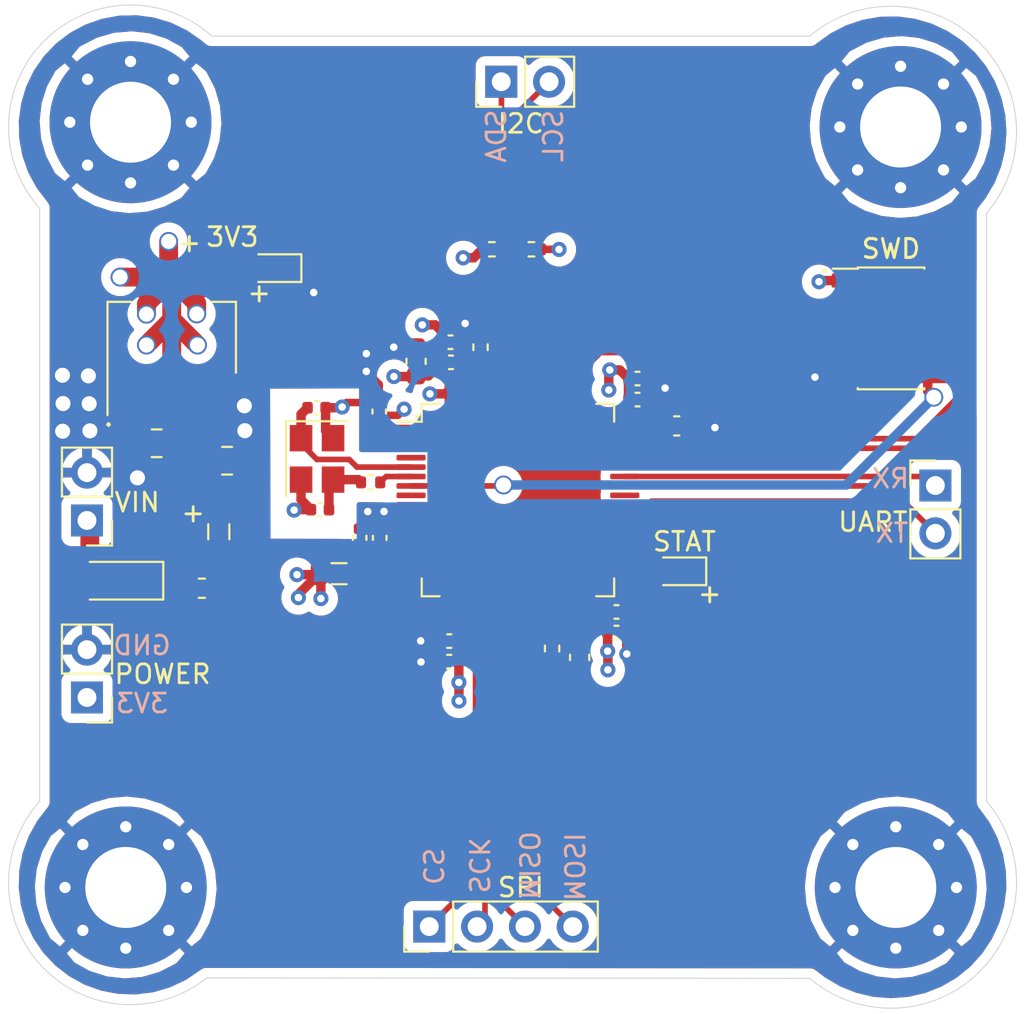
<source format=kicad_pcb>
(kicad_pcb (version 20171130) (host pcbnew "(5.1.9)-1")
  (layers (0 F.Cu signal) (1 In1.Cu power) (2 In2.Cu mixed) (31 B.Cu signal) (34 B.Paste user) (35 F.Paste user) (36 B.SilkS user) (37 F.SilkS user) (38 B.Mask user) (39 F.Mask user) (44 Edge.Cuts user))
  (net 0 "")
  (net 1 GND)
  (net 2 "Net-(C1-Pad1)")
  (net 3 +3V3)
  (net 4 +3.3VA)
  (net 5 "Net-(C14-Pad1)")
  (net 6 "Net-(C15-Pad1)")
  (net 7 HSE_IN)
  (net 8 "Net-(C17-Pad1)")
  (net 9 "Net-(D1-Pad1)")
  (net 10 VCC)
  (net 11 "Net-(D2-Pad1)")
  (net 12 "Net-(D3-Pad1)")
  (net 13 "Net-(D3-Pad2)")
  (net 14 "Net-(F1-Pad2)")
  (net 15 I2C1_SDA)
  (net 16 I2C1_SCL)
  (net 17 SWDIO)
  (net 18 SWCLK)
  (net 19 SWO)
  (net 20 "Net-(J4-Pad7)")
  (net 21 "Net-(J4-Pad8)")
  (net 22 NRST)
  (net 23 SPI1_CS)
  (net 24 SPI1_SCK)
  (net 25 SPI1_MISO)
  (net 26 SPI1_MOSI)
  (net 27 UART1_TX)
  (net 28 UART1_RX)
  (net 29 BOOT0)
  (net 30 BOOT1)
  (net 31 HSE_OUT)
  (net 32 "Net-(U2-Pad2)")
  (net 33 "Net-(U2-Pad3)")
  (net 34 "Net-(U2-Pad4)")
  (net 35 "Net-(U2-Pad8)")
  (net 36 "Net-(U2-Pad9)")
  (net 37 "Net-(U2-Pad10)")
  (net 38 "Net-(U2-Pad11)")
  (net 39 "Net-(U2-Pad14)")
  (net 40 "Net-(U2-Pad15)")
  (net 41 "Net-(U2-Pad16)")
  (net 42 "Net-(U2-Pad17)")
  (net 43 "Net-(U2-Pad24)")
  (net 44 "Net-(U2-Pad25)")
  (net 45 "Net-(U2-Pad26)")
  (net 46 "Net-(U2-Pad27)")
  (net 47 "Net-(U2-Pad29)")
  (net 48 "Net-(U2-Pad30)")
  (net 49 "Net-(U2-Pad34)")
  (net 50 "Net-(U2-Pad35)")
  (net 51 "Net-(U2-Pad36)")
  (net 52 "Net-(U2-Pad37)")
  (net 53 "Net-(U2-Pad38)")
  (net 54 "Net-(U2-Pad39)")
  (net 55 "Net-(U2-Pad40)")
  (net 56 "Net-(U2-Pad41)")
  (net 57 "Net-(U2-Pad44)")
  (net 58 "Net-(U2-Pad45)")
  (net 59 "Net-(U2-Pad50)")
  (net 60 "Net-(U2-Pad51)")
  (net 61 "Net-(U2-Pad52)")
  (net 62 "Net-(U2-Pad53)")
  (net 63 "Net-(U2-Pad54)")
  (net 64 "Net-(U2-Pad56)")
  (net 65 "Net-(U2-Pad57)")
  (net 66 "Net-(U2-Pad61)")
  (net 67 "Net-(U2-Pad62)")
  (module Capacitor_SMD:C_0402_1005Metric (layer F.Cu) (at 134.62 85.217 90)
    (fp_text reference C18)
    (fp_text value 100nF)
    (pad 2 smd roundrect (at 0.48 0 90) (size 0.56 0.62) (layers F.Cu F.Paste F.Mask) (net 1 GND))
    (pad 1 smd roundrect (at -0.48 0 90) (size 0.56 0.62) (layers F.Cu F.Paste F.Mask) (net 3 +3V3))
  )
  (module Capacitor_SMD:C_0402_1005Metric (layer F.Cu) (at 134.6454 91.9226 90)
    (fp_text reference C13)
    (fp_text value 10nF)
    (pad 2 smd roundrect (at 0.48 0 90) (size 0.56 0.62) (layers F.Cu F.Paste F.Mask) (net 1 GND))
    (pad 1 smd roundrect (at -0.48 0 90) (size 0.56 0.62) (layers F.Cu F.Paste F.Mask) (net 4 +3.3VA))
  )
  (module Capacitor_SMD:C_0402_1005Metric (layer F.Cu) (at 133.5786 91.9226 90)
    (fp_text reference C12)
    (fp_text value 100nF)
    (pad 2 smd roundrect (at 0.48 0 90) (size 0.56 0.62) (layers F.Cu F.Paste F.Mask) (net 1 GND))
    (pad 1 smd roundrect (at -0.48 0 90) (size 0.56 0.62) (layers F.Cu F.Paste F.Mask) (net 4 +3.3VA))
  )
  (module Capacitor_SMD:C_0402_1005Metric (layer F.Cu) (at 138.4046 81.534)
    (fp_text reference C11)
    (fp_text value 100nF)
    (pad 2 smd roundrect (at 0.48 0) (size 0.56 0.62) (layers F.Cu F.Paste F.Mask) (net 1 GND))
    (pad 1 smd roundrect (at -0.48 0) (size 0.56 0.62) (layers F.Cu F.Paste F.Mask) (net 3 +3V3))
  )
  (module Capacitor_SMD:C_0402_1005Metric (layer F.Cu) (at 138.43 82.6008)
    (fp_text reference C10)
    (fp_text value 100nF)
    (pad 2 smd roundrect (at 0.48 0) (size 0.56 0.62) (layers F.Cu F.Paste F.Mask) (net 1 GND))
    (pad 1 smd roundrect (at -0.48 0) (size 0.56 0.62) (layers F.Cu F.Paste F.Mask) (net 3 +3V3))
  )
  (module Capacitor_SMD:C_0402_1005Metric (layer F.Cu) (at 147.2184 95.8596)
    (fp_text reference C9)
    (fp_text value 100nF)
    (pad 2 smd roundrect (at 0.48 0) (size 0.56 0.62) (layers F.Cu F.Paste F.Mask) (net 1 GND))
    (pad 1 smd roundrect (at -0.48 0) (size 0.56 0.62) (layers F.Cu F.Paste F.Mask) (net 3 +3V3))
  )
  (module Capacitor_SMD:C_0402_1005Metric (layer F.Cu) (at 147.2184 96.9518)
    (fp_text reference C8)
    (fp_text value 100nF)
    (pad 2 smd roundrect (at 0.48 0) (size 0.56 0.62) (layers F.Cu F.Paste F.Mask) (net 1 GND))
    (pad 1 smd roundrect (at -0.48 0) (size 0.56 0.62) (layers F.Cu F.Paste F.Mask) (net 3 +3V3))
  )
  (module Capacitor_SMD:C_0402_1005Metric (layer F.Cu) (at 138.338 97.4058 180)
    (fp_text reference C7)
    (fp_text value 100nF)
    (pad 2 smd roundrect (at 0.48 0 180) (size 0.56 0.62) (layers F.Cu F.Paste F.Mask) (net 1 GND))
    (pad 1 smd roundrect (at -0.48 0 180) (size 0.56 0.62) (layers F.Cu F.Paste F.Mask) (net 3 +3V3))
  )
  (module Capacitor_SMD:C_0402_1005Metric (layer F.Cu) (at 138.338 98.498 180)
    (fp_text reference C6)
    (fp_text value 100nF)
    (pad 2 smd roundrect (at 0.48 0 180) (size 0.56 0.62) (layers F.Cu F.Paste F.Mask) (net 1 GND))
    (pad 1 smd roundrect (at -0.48 0 180) (size 0.56 0.62) (layers F.Cu F.Paste F.Mask) (net 3 +3V3))
  )
  (module Capacitor_SMD:C_0402_1005Metric (layer F.Cu) (at 148.336 84.582)
    (fp_text reference C5)
    (fp_text value 100nF)
    (pad 2 smd roundrect (at 0.48 0) (size 0.56 0.62) (layers F.Cu F.Paste F.Mask) (net 1 GND))
    (pad 1 smd roundrect (at -0.48 0) (size 0.56 0.62) (layers F.Cu F.Paste F.Mask) (net 3 +3V3))
  )
  (module Capacitor_SMD:C_0402_1005Metric (layer F.Cu) (at 148.336 83.4644)
    (fp_text reference C4)
    (fp_text value 100nF)
    (pad 2 smd roundrect (at 0.48 0) (size 0.56 0.62) (layers F.Cu F.Paste F.Mask) (net 1 GND))
    (pad 1 smd roundrect (at -0.48 0) (size 0.56 0.62) (layers F.Cu F.Paste F.Mask) (net 3 +3V3))
  )
  (module Capacitor_SMD:C_0805_2012Metric (layer F.Cu) (at 126.54026 87.82812)
    (fp_text reference C1)
    (fp_text value 10uF)
    (pad 2 smd roundrect (at 0.95 0) (size 1 1.45) (layers F.Cu F.Paste F.Mask) (net 1 GND))
    (pad 1 smd roundrect (at -0.95 0) (size 1 1.45) (layers F.Cu F.Paste F.Mask) (net 2 "Net-(C1-Pad1)"))
  )
  (module Capacitor_SMD:C_0805_2012Metric (layer F.Cu) (at 122.8 86.9 180)
    (fp_text reference C2)
    (fp_text value 10uF)
    (pad 1 smd roundrect (at -0.95 0 180) (size 1 1.45) (layers F.Cu F.Paste F.Mask) (net 3 +3V3))
    (pad 2 smd roundrect (at 0.95 0 180) (size 1 1.45) (layers F.Cu F.Paste F.Mask) (net 1 GND))
  )
  (module Capacitor_SMD:C_0603_1608Metric (layer F.Cu) (at 136.5758 82.55 90)
    (fp_text reference C3)
    (fp_text value 10uF)
    (pad 1 smd roundrect (at -0.775 0 90) (size 0.9 0.95) (layers F.Cu F.Paste F.Mask) (net 3 +3V3))
    (pad 2 smd roundrect (at 0.775 0 90) (size 0.9 0.95) (layers F.Cu F.Paste F.Mask) (net 1 GND))
  )
  (module Capacitor_SMD:C_0603_1608Metric (layer F.Cu) (at 145.2626 98.2726 270)
    (fp_text reference C14)
    (fp_text value 2u2)
    (pad 2 smd roundrect (at 0.775 0 270) (size 0.9 0.95) (layers F.Cu F.Paste F.Mask) (net 1 GND))
    (pad 1 smd roundrect (at -0.775 0 270) (size 0.9 0.95) (layers F.Cu F.Paste F.Mask) (net 5 "Net-(C14-Pad1)"))
  )
  (module Capacitor_SMD:C_0603_1608Metric (layer F.Cu) (at 150.4188 85.979)
    (fp_text reference C15)
    (fp_text value 2u2)
    (pad 1 smd roundrect (at -0.775 0) (size 0.9 0.95) (layers F.Cu F.Paste F.Mask) (net 6 "Net-(C15-Pad1)"))
    (pad 2 smd roundrect (at 0.775 0) (size 0.9 0.95) (layers F.Cu F.Paste F.Mask) (net 1 GND))
  )
  (module Capacitor_SMD:C_0402_1005Metric (layer F.Cu) (at 131.2926 85.0138)
    (fp_text reference C16)
    (fp_text value 12pF)
    (pad 1 smd roundrect (at -0.48 0) (size 0.56 0.62) (layers F.Cu F.Paste F.Mask) (net 7 HSE_IN))
    (pad 2 smd roundrect (at 0.48 0) (size 0.56 0.62) (layers F.Cu F.Paste F.Mask) (net 1 GND))
  )
  (module Capacitor_SMD:C_0402_1005Metric (layer F.Cu) (at 131.4704 90.424 180)
    (fp_text reference C17)
    (fp_text value 12pF)
    (pad 2 smd roundrect (at 0.48 0 180) (size 0.56 0.62) (layers F.Cu F.Paste F.Mask) (net 1 GND))
    (pad 1 smd roundrect (at -0.48 0 180) (size 0.56 0.62) (layers F.Cu F.Paste F.Mask) (net 8 "Net-(C17-Pad1)"))
  )
  (module Diode_SMD:D_SOD-123 (layer F.Cu) (at 120.9 94.2 180)
    (fp_text reference D1)
    (fp_text value B5819W)
    (pad 1 smd rect (at -1.65 0 180) (size 0.9 1.2) (layers F.Cu F.Paste F.Mask) (net 9 "Net-(D1-Pad1)"))
    (pad 2 smd rect (at 1.65 0 180) (size 0.9 1.2) (layers F.Cu F.Paste F.Mask) (net 10 VCC))
  )
  (module LED_SMD:LED_0603_1608Metric (layer F.Cu) (at 129 77.6 180)
    (fp_text reference D2)
    (fp_text value Red)
    (pad 2 smd roundrect (at 0.7875 0 180) (size 0.875 0.95) (layers F.Cu F.Paste F.Mask) (net 3 +3V3))
    (pad 1 smd roundrect (at -0.7875 0 180) (size 0.875 0.95) (layers F.Cu F.Paste F.Mask) (net 11 "Net-(D2-Pad1)"))
  )
  (module LED_SMD:LED_0603_1608Metric (layer F.Cu) (at 150.5 93.7 180)
    (fp_text reference D3)
    (fp_text value Red)
    (pad 1 smd roundrect (at -0.7875 0 180) (size 0.875 0.95) (layers F.Cu F.Paste F.Mask) (net 12 "Net-(D3-Pad1)"))
    (pad 2 smd roundrect (at 0.7875 0 180) (size 0.875 0.95) (layers F.Cu F.Paste F.Mask) (net 13 "Net-(D3-Pad2)"))
  )
  (module Fuse:Fuse_0603_1608Metric (layer F.Cu) (at 125.2 94.6)
    (fp_text reference F1)
    (fp_text value 500mA)
    (pad 1 smd roundrect (at -0.7875 0) (size 0.875 0.95) (layers F.Cu F.Paste F.Mask) (net 9 "Net-(D1-Pad1)"))
    (pad 2 smd roundrect (at 0.7875 0) (size 0.875 0.95) (layers F.Cu F.Paste F.Mask) (net 14 "Net-(F1-Pad2)"))
  )
  (module Inductor_SMD:L_0805_2012Metric (layer F.Cu) (at 126.1 91.6 270)
    (fp_text reference FB1)
    (fp_text value 100@100MHz)
    (pad 2 smd roundrect (at 1.0625 0 270) (size 0.875 1.2) (layers F.Cu F.Paste F.Mask) (net 14 "Net-(F1-Pad2)"))
    (pad 1 smd roundrect (at -1.0625 0 270) (size 0.875 1.2) (layers F.Cu F.Paste F.Mask) (net 2 "Net-(C1-Pad1)"))
  )
  (module Inductor_SMD:L_0805_2012Metric (layer F.Cu) (at 132.4864 93.8276 180)
    (fp_text reference FB2)
    (fp_text value 100@100MHz)
    (pad 1 smd roundrect (at -1.0625 0 180) (size 0.875 1.2) (layers F.Cu F.Paste F.Mask) (net 4 +3.3VA))
    (pad 2 smd roundrect (at 1.0625 0 180) (size 0.875 1.2) (layers F.Cu F.Paste F.Mask) (net 3 +3V3))
  )
  (module MountingHole:MountingHole_4.3mm_M4_Pad_Via (layer F.Cu) (at 121.412 69.85)
    (fp_text reference H1)
    (fp_text value MountingHole_Pad)
    (pad 1 thru_hole circle (at 0 0) (size 8.6 8.6) (drill 4.3) (layers *.Cu *.Mask) (net 1 GND))
    (pad 1 thru_hole circle (at 3.225 0) (size 0.9 0.9) (drill 0.6) (layers *.Cu *.Mask) (net 1 GND))
    (pad 1 thru_hole circle (at 2.280419 2.280419) (size 0.9 0.9) (drill 0.6) (layers *.Cu *.Mask) (net 1 GND))
    (pad 1 thru_hole circle (at 0 3.225) (size 0.9 0.9) (drill 0.6) (layers *.Cu *.Mask) (net 1 GND))
    (pad 1 thru_hole circle (at -2.280419 2.280419) (size 0.9 0.9) (drill 0.6) (layers *.Cu *.Mask) (net 1 GND))
    (pad 1 thru_hole circle (at -3.225 0) (size 0.9 0.9) (drill 0.6) (layers *.Cu *.Mask) (net 1 GND))
    (pad 1 thru_hole circle (at -2.280419 -2.280419) (size 0.9 0.9) (drill 0.6) (layers *.Cu *.Mask) (net 1 GND))
    (pad 1 thru_hole circle (at 0 -3.225) (size 0.9 0.9) (drill 0.6) (layers *.Cu *.Mask) (net 1 GND))
    (pad 1 thru_hole circle (at 2.280419 -2.280419) (size 0.9 0.9) (drill 0.6) (layers *.Cu *.Mask) (net 1 GND))
  )
  (module MountingHole:MountingHole_4.3mm_M4_Pad_Via (layer F.Cu) (at 162.052 110.49)
    (fp_text reference H2)
    (fp_text value MountingHole_Pad)
    (pad 1 thru_hole circle (at 2.280419 -2.280419) (size 0.9 0.9) (drill 0.6) (layers *.Cu *.Mask) (net 1 GND))
    (pad 1 thru_hole circle (at 0 -3.225) (size 0.9 0.9) (drill 0.6) (layers *.Cu *.Mask) (net 1 GND))
    (pad 1 thru_hole circle (at -2.280419 -2.280419) (size 0.9 0.9) (drill 0.6) (layers *.Cu *.Mask) (net 1 GND))
    (pad 1 thru_hole circle (at -3.225 0) (size 0.9 0.9) (drill 0.6) (layers *.Cu *.Mask) (net 1 GND))
    (pad 1 thru_hole circle (at -2.280419 2.280419) (size 0.9 0.9) (drill 0.6) (layers *.Cu *.Mask) (net 1 GND))
    (pad 1 thru_hole circle (at 0 3.225) (size 0.9 0.9) (drill 0.6) (layers *.Cu *.Mask) (net 1 GND))
    (pad 1 thru_hole circle (at 2.280419 2.280419) (size 0.9 0.9) (drill 0.6) (layers *.Cu *.Mask) (net 1 GND))
    (pad 1 thru_hole circle (at 3.225 0) (size 0.9 0.9) (drill 0.6) (layers *.Cu *.Mask) (net 1 GND))
    (pad 1 thru_hole circle (at 0 0) (size 8.6 8.6) (drill 4.3) (layers *.Cu *.Mask) (net 1 GND))
  )
  (module MountingHole:MountingHole_4.3mm_M4_Pad_Via (layer F.Cu) (at 162.306 70.104)
    (fp_text reference H3)
    (fp_text value MountingHole_Pad)
    (pad 1 thru_hole circle (at 0 0) (size 8.6 8.6) (drill 4.3) (layers *.Cu *.Mask) (net 1 GND))
    (pad 1 thru_hole circle (at 3.225 0) (size 0.9 0.9) (drill 0.6) (layers *.Cu *.Mask) (net 1 GND))
    (pad 1 thru_hole circle (at 2.280419 2.280419) (size 0.9 0.9) (drill 0.6) (layers *.Cu *.Mask) (net 1 GND))
    (pad 1 thru_hole circle (at 0 3.225) (size 0.9 0.9) (drill 0.6) (layers *.Cu *.Mask) (net 1 GND))
    (pad 1 thru_hole circle (at -2.280419 2.280419) (size 0.9 0.9) (drill 0.6) (layers *.Cu *.Mask) (net 1 GND))
    (pad 1 thru_hole circle (at -3.225 0) (size 0.9 0.9) (drill 0.6) (layers *.Cu *.Mask) (net 1 GND))
    (pad 1 thru_hole circle (at -2.280419 -2.280419) (size 0.9 0.9) (drill 0.6) (layers *.Cu *.Mask) (net 1 GND))
    (pad 1 thru_hole circle (at 0 -3.225) (size 0.9 0.9) (drill 0.6) (layers *.Cu *.Mask) (net 1 GND))
    (pad 1 thru_hole circle (at 2.280419 -2.280419) (size 0.9 0.9) (drill 0.6) (layers *.Cu *.Mask) (net 1 GND))
  )
  (module MountingHole:MountingHole_4.3mm_M4_Pad_Via (layer F.Cu) (at 121.158 110.49)
    (fp_text reference H4)
    (fp_text value MountingHole_Pad)
    (pad 1 thru_hole circle (at 2.280419 -2.280419) (size 0.9 0.9) (drill 0.6) (layers *.Cu *.Mask) (net 1 GND))
    (pad 1 thru_hole circle (at 0 -3.225) (size 0.9 0.9) (drill 0.6) (layers *.Cu *.Mask) (net 1 GND))
    (pad 1 thru_hole circle (at -2.280419 -2.280419) (size 0.9 0.9) (drill 0.6) (layers *.Cu *.Mask) (net 1 GND))
    (pad 1 thru_hole circle (at -3.225 0) (size 0.9 0.9) (drill 0.6) (layers *.Cu *.Mask) (net 1 GND))
    (pad 1 thru_hole circle (at -2.280419 2.280419) (size 0.9 0.9) (drill 0.6) (layers *.Cu *.Mask) (net 1 GND))
    (pad 1 thru_hole circle (at 0 3.225) (size 0.9 0.9) (drill 0.6) (layers *.Cu *.Mask) (net 1 GND))
    (pad 1 thru_hole circle (at 2.280419 2.280419) (size 0.9 0.9) (drill 0.6) (layers *.Cu *.Mask) (net 1 GND))
    (pad 1 thru_hole circle (at 3.225 0) (size 0.9 0.9) (drill 0.6) (layers *.Cu *.Mask) (net 1 GND))
    (pad 1 thru_hole circle (at 0 0) (size 8.6 8.6) (drill 4.3) (layers *.Cu *.Mask) (net 1 GND))
  )
  (module Crystal:Crystal_SMD_3225-4Pin_3.2x2.5mm (layer F.Cu) (at 131.318 87.7316 270)
    (fp_text reference HSE1)
    (fp_text value 16MHz)
    (pad 1 smd rect (at -1.1 0.85 270) (size 1.4 1.2) (layers F.Cu F.Paste F.Mask) (net 7 HSE_IN))
    (pad 2 smd rect (at 1.1 0.85 270) (size 1.4 1.2) (layers F.Cu F.Paste F.Mask) (net 1 GND))
    (pad 3 smd rect (at 1.1 -0.85 270) (size 1.4 1.2) (layers F.Cu F.Paste F.Mask) (net 8 "Net-(C17-Pad1)"))
    (pad 4 smd rect (at -1.1 -0.85 270) (size 1.4 1.2) (layers F.Cu F.Paste F.Mask) (net 1 GND))
  )
  (module Connector_PinHeader_2.54mm:PinHeader_1x02_P2.54mm_Vertical (layer F.Cu) (at 141.1 67.7 90)
    (fp_text reference J1)
    (fp_text value Conn_01x02)
    (pad 2 thru_hole oval (at 0 2.54 90) (size 1.7 1.7) (drill 1) (layers *.Cu *.Mask) (net 16 I2C1_SCL))
    (pad 1 thru_hole rect (at 0 0 90) (size 1.7 1.7) (drill 1) (layers *.Cu *.Mask) (net 15 I2C1_SDA))
  )
  (module Connector_PinHeader_2.54mm:PinHeader_1x02_P2.54mm_Vertical (layer F.Cu) (at 119.1 91 180)
    (fp_text reference J2)
    (fp_text value Conn_01x02)
    (pad 2 thru_hole oval (at 0 2.54 180) (size 1.7 1.7) (drill 1) (layers *.Cu *.Mask) (net 1 GND))
    (pad 1 thru_hole rect (at 0 0 180) (size 1.7 1.7) (drill 1) (layers *.Cu *.Mask) (net 10 VCC))
  )
  (module Connector_PinHeader_2.54mm:PinHeader_1x02_P2.54mm_Vertical (layer F.Cu) (at 119.1 100.4 180)
    (fp_text reference J3)
    (fp_text value Conn_01x02)
    (pad 1 thru_hole rect (at 0 0 180) (size 1.7 1.7) (drill 1) (layers *.Cu *.Mask) (net 3 +3V3))
    (pad 2 thru_hole oval (at 0 2.54 180) (size 1.7 1.7) (drill 1) (layers *.Cu *.Mask) (net 1 GND))
  )
  (module Connector_PinHeader_1.27mm:PinHeader_2x05_P1.27mm_Vertical_SMD (layer F.Cu) (at 161.8 80.8)
    (fp_text reference SWD (at 0 -4.235) (layer F.SilkS))
    (fp_text value Conn_02x05_Odd_Even)
    (pad 1 smd rect (at -1.95 -2.54) (size 2.4 0.74) (layers F.Cu F.Paste F.Mask) (net 3 +3V3))
    (pad 2 smd rect (at 1.95 -2.54) (size 2.4 0.74) (layers F.Cu F.Paste F.Mask) (net 17 SWDIO))
    (pad 3 smd rect (at -1.95 -1.27) (size 2.4 0.74) (layers F.Cu F.Paste F.Mask) (net 1 GND))
    (pad 4 smd rect (at 1.95 -1.27) (size 2.4 0.74) (layers F.Cu F.Paste F.Mask) (net 18 SWCLK))
    (pad 5 smd rect (at -1.95 0) (size 2.4 0.74) (layers F.Cu F.Paste F.Mask) (net 1 GND))
    (pad 6 smd rect (at 1.95 0) (size 2.4 0.74) (layers F.Cu F.Paste F.Mask) (net 19 SWO))
    (pad 7 smd rect (at -1.95 1.27) (size 2.4 0.74) (layers F.Cu F.Paste F.Mask) (net 20 "Net-(J4-Pad7)"))
    (pad 8 smd rect (at 1.95 1.27) (size 2.4 0.74) (layers F.Cu F.Paste F.Mask) (net 21 "Net-(J4-Pad8)"))
    (pad 9 smd rect (at -1.95 2.54) (size 2.4 0.74) (layers F.Cu F.Paste F.Mask) (net 1 GND))
    (pad 10 smd rect (at 1.95 2.54) (size 2.4 0.74) (layers F.Cu F.Paste F.Mask) (net 22 NRST))
  )
  (module Connector_PinHeader_2.54mm:PinHeader_1x04_P2.54mm_Vertical (layer F.Cu) (at 137.27684 112.56772 90)
    (fp_text reference J5)
    (fp_text value Conn_01x04)
    (pad 1 thru_hole rect (at 0 0 90) (size 1.7 1.7) (drill 1) (layers *.Cu *.Mask) (net 23 SPI1_CS))
    (pad 2 thru_hole oval (at 0 2.54 90) (size 1.7 1.7) (drill 1) (layers *.Cu *.Mask) (net 24 SPI1_SCK))
    (pad 3 thru_hole oval (at 0 5.08 90) (size 1.7 1.7) (drill 1) (layers *.Cu *.Mask) (net 25 SPI1_MISO))
    (pad 4 thru_hole oval (at 0 7.62 90) (size 1.7 1.7) (drill 1) (layers *.Cu *.Mask) (net 26 SPI1_MOSI))
  )
  (module Connector_PinHeader_2.54mm:PinHeader_1x02_P2.54mm_Vertical (layer F.Cu) (at 164.15512 89.14384)
    (fp_text reference J6)
    (fp_text value Conn_01x02)
    (pad 1 thru_hole rect (at 0 0) (size 1.7 1.7) (drill 1) (layers *.Cu *.Mask) (net 28 UART1_RX))
    (pad 2 thru_hole oval (at 0 2.54) (size 1.7 1.7) (drill 1) (layers *.Cu *.Mask) (net 27 UART1_TX))
  )
  (module Resistor_SMD:R_0201_0603Metric (layer F.Cu) (at 131.1 77.6 270)
    (fp_text reference R1)
    (fp_text value 2k2)
    (pad 2 smd roundrect (at 0.32 0 270) (size 0.46 0.4) (layers F.Cu F.Mask) (net 1 GND))
    (pad 1 smd roundrect (at -0.32 0 270) (size 0.46 0.4) (layers F.Cu F.Mask) (net 11 "Net-(D2-Pad1)"))
  )
  (module Resistor_SMD:R_0402_1005Metric (layer F.Cu) (at 140 81.8 90)
    (fp_text reference R2)
    (fp_text value 10K)
    (pad 2 smd roundrect (at 0.51 0 90) (size 0.54 0.64) (layers F.Cu F.Paste F.Mask) (net 1 GND))
    (pad 1 smd roundrect (at -0.51 0 90) (size 0.54 0.64) (layers F.Cu F.Paste F.Mask) (net 29 BOOT0))
  )
  (module Resistor_SMD:R_0402_1005Metric (layer F.Cu) (at 143.8 97.8 270)
    (fp_text reference R3)
    (fp_text value 10K)
    (pad 2 smd roundrect (at 0.51 0 270) (size 0.54 0.64) (layers F.Cu F.Paste F.Mask) (net 1 GND))
    (pad 1 smd roundrect (at -0.51 0 270) (size 0.54 0.64) (layers F.Cu F.Paste F.Mask) (net 30 BOOT1))
  )
  (module Resistor_SMD:R_0402_1005Metric (layer F.Cu) (at 142.7 76.6 180)
    (fp_text reference R4)
    (fp_text value 2k2)
    (pad 1 smd roundrect (at -0.51 0 180) (size 0.54 0.64) (layers F.Cu F.Paste F.Mask) (net 3 +3V3))
    (pad 2 smd roundrect (at 0.51 0 180) (size 0.54 0.64) (layers F.Cu F.Paste F.Mask) (net 16 I2C1_SCL))
  )
  (module Resistor_SMD:R_0402_1005Metric (layer F.Cu) (at 140.6 76.6)
    (fp_text reference R5)
    (fp_text value 2k2)
    (pad 1 smd roundrect (at -0.51 0) (size 0.54 0.64) (layers F.Cu F.Paste F.Mask) (net 3 +3V3))
    (pad 2 smd roundrect (at 0.51 0) (size 0.54 0.64) (layers F.Cu F.Paste F.Mask) (net 15 I2C1_SDA))
  )
  (module Resistor_SMD:R_0402_1005Metric (layer F.Cu) (at 134.1628 88.9762 180)
    (fp_text reference R6)
    (fp_text value 220)
    (pad 1 smd roundrect (at -0.51 0 180) (size 0.54 0.64) (layers F.Cu F.Paste F.Mask) (net 31 HSE_OUT))
    (pad 2 smd roundrect (at 0.51 0 180) (size 0.54 0.64) (layers F.Cu F.Paste F.Mask) (net 8 "Net-(C17-Pad1)"))
  )
  (module Resistor_SMD:R_0201_0603Metric (layer F.Cu) (at 150.9776 95.31858 180)
    (fp_text reference R7)
    (fp_text value 2k2)
    (pad 1 smd roundrect (at -0.32 0 180) (size 0.46 0.4) (layers F.Cu F.Mask) (net 12 "Net-(D3-Pad1)"))
    (pad 2 smd roundrect (at 0.32 0 180) (size 0.46 0.4) (layers F.Cu F.Mask) (net 1 GND))
  )
  (module Package_TO_SOT_SMD:SOT-223-3_TabPin2 (layer F.Cu) (at 123.6 81.3 90)
    (fp_text reference U1)
    (fp_text value AMS1117-3.3)
    (pad 2 smd rect (at 3.15 0 90) (size 2 3.8) (layers F.Cu F.Paste F.Mask) (net 3 +3V3))
    (pad 2 smd rect (at -3.15 0 90) (size 2 1.5) (layers F.Cu F.Paste F.Mask) (net 3 +3V3))
    (pad 3 smd rect (at -3.15 2.3 90) (size 2 1.5) (layers F.Cu F.Paste F.Mask) (net 2 "Net-(C1-Pad1)"))
    (pad 1 smd rect (at -3.15 -2.3 90) (size 2 1.5) (layers F.Cu F.Paste F.Mask) (net 1 GND))
  )
  (module Package_QFP:LQFP-64_10x10mm_P0.5mm (layer F.Cu) (at 141.986 89.916)
    (fp_text reference U2)
    (fp_text value STM32F405RGT6)
    (pad 1 smd roundrect (at -5.675 -3.75) (size 1.55 0.3) (layers F.Cu F.Paste F.Mask) (net 3 +3V3))
    (pad 2 smd roundrect (at -5.675 -3.25) (size 1.55 0.3) (layers F.Cu F.Paste F.Mask) (net 32 "Net-(U2-Pad2)"))
    (pad 3 smd roundrect (at -5.675 -2.75) (size 1.55 0.3) (layers F.Cu F.Paste F.Mask) (net 33 "Net-(U2-Pad3)"))
    (pad 4 smd roundrect (at -5.675 -2.25) (size 1.55 0.3) (layers F.Cu F.Paste F.Mask) (net 34 "Net-(U2-Pad4)"))
    (pad 5 smd roundrect (at -5.675 -1.75) (size 1.55 0.3) (layers F.Cu F.Paste F.Mask) (net 7 HSE_IN))
    (pad 6 smd roundrect (at -5.675 -1.25) (size 1.55 0.3) (layers F.Cu F.Paste F.Mask) (net 31 HSE_OUT))
    (pad 7 smd roundrect (at -5.675 -0.75) (size 1.55 0.3) (layers F.Cu F.Paste F.Mask) (net 22 NRST))
    (pad 8 smd roundrect (at -5.675 -0.25) (size 1.55 0.3) (layers F.Cu F.Paste F.Mask) (net 35 "Net-(U2-Pad8)"))
    (pad 9 smd roundrect (at -5.675 0.25) (size 1.55 0.3) (layers F.Cu F.Paste F.Mask) (net 36 "Net-(U2-Pad9)"))
    (pad 10 smd roundrect (at -5.675 0.75) (size 1.55 0.3) (layers F.Cu F.Paste F.Mask) (net 37 "Net-(U2-Pad10)"))
    (pad 11 smd roundrect (at -5.675 1.25) (size 1.55 0.3) (layers F.Cu F.Paste F.Mask) (net 38 "Net-(U2-Pad11)"))
    (pad 12 smd roundrect (at -5.675 1.75) (size 1.55 0.3) (layers F.Cu F.Paste F.Mask) (net 1 GND))
    (pad 13 smd roundrect (at -5.675 2.25) (size 1.55 0.3) (layers F.Cu F.Paste F.Mask) (net 4 +3.3VA))
    (pad 14 smd roundrect (at -5.675 2.75) (size 1.55 0.3) (layers F.Cu F.Paste F.Mask) (net 39 "Net-(U2-Pad14)"))
    (pad 15 smd roundrect (at -5.675 3.25) (size 1.55 0.3) (layers F.Cu F.Paste F.Mask) (net 40 "Net-(U2-Pad15)"))
    (pad 16 smd roundrect (at -5.675 3.75) (size 1.55 0.3) (layers F.Cu F.Paste F.Mask) (net 41 "Net-(U2-Pad16)"))
    (pad 17 smd roundrect (at -3.75 5.675) (size 0.3 1.55) (layers F.Cu F.Paste F.Mask) (net 42 "Net-(U2-Pad17)"))
    (pad 18 smd roundrect (at -3.25 5.675) (size 0.3 1.55) (layers F.Cu F.Paste F.Mask) (net 1 GND))
    (pad 19 smd roundrect (at -2.75 5.675) (size 0.3 1.55) (layers F.Cu F.Paste F.Mask) (net 3 +3V3))
    (pad 20 smd roundrect (at -2.25 5.675) (size 0.3 1.55) (layers F.Cu F.Paste F.Mask) (net 23 SPI1_CS))
    (pad 21 smd roundrect (at -1.75 5.675) (size 0.3 1.55) (layers F.Cu F.Paste F.Mask) (net 24 SPI1_SCK))
    (pad 22 smd roundrect (at -1.25 5.675) (size 0.3 1.55) (layers F.Cu F.Paste F.Mask) (net 25 SPI1_MISO))
    (pad 23 smd roundrect (at -0.75 5.675) (size 0.3 1.55) (layers F.Cu F.Paste F.Mask) (net 26 SPI1_MOSI))
    (pad 24 smd roundrect (at -0.25 5.675) (size 0.3 1.55) (layers F.Cu F.Paste F.Mask) (net 43 "Net-(U2-Pad24)"))
    (pad 25 smd roundrect (at 0.25 5.675) (size 0.3 1.55) (layers F.Cu F.Paste F.Mask) (net 44 "Net-(U2-Pad25)"))
    (pad 26 smd roundrect (at 0.75 5.675) (size 0.3 1.55) (layers F.Cu F.Paste F.Mask) (net 45 "Net-(U2-Pad26)"))
    (pad 27 smd roundrect (at 1.25 5.675) (size 0.3 1.55) (layers F.Cu F.Paste F.Mask) (net 46 "Net-(U2-Pad27)"))
    (pad 28 smd roundrect (at 1.75 5.675) (size 0.3 1.55) (layers F.Cu F.Paste F.Mask) (net 30 BOOT1))
    (pad 29 smd roundrect (at 2.25 5.675) (size 0.3 1.55) (layers F.Cu F.Paste F.Mask) (net 47 "Net-(U2-Pad29)"))
    (pad 30 smd roundrect (at 2.75 5.675) (size 0.3 1.55) (layers F.Cu F.Paste F.Mask) (net 48 "Net-(U2-Pad30)"))
    (pad 31 smd roundrect (at 3.25 5.675) (size 0.3 1.55) (layers F.Cu F.Paste F.Mask) (net 5 "Net-(C14-Pad1)"))
    (pad 32 smd roundrect (at 3.75 5.675) (size 0.3 1.55) (layers F.Cu F.Paste F.Mask) (net 3 +3V3))
    (pad 33 smd roundrect (at 5.675 3.75) (size 1.55 0.3) (layers F.Cu F.Paste F.Mask) (net 13 "Net-(D3-Pad2)"))
    (pad 34 smd roundrect (at 5.675 3.25) (size 1.55 0.3) (layers F.Cu F.Paste F.Mask) (net 49 "Net-(U2-Pad34)"))
    (pad 35 smd roundrect (at 5.675 2.75) (size 1.55 0.3) (layers F.Cu F.Paste F.Mask) (net 50 "Net-(U2-Pad35)"))
    (pad 36 smd roundrect (at 5.675 2.25) (size 1.55 0.3) (layers F.Cu F.Paste F.Mask) (net 51 "Net-(U2-Pad36)"))
    (pad 37 smd roundrect (at 5.675 1.75) (size 1.55 0.3) (layers F.Cu F.Paste F.Mask) (net 52 "Net-(U2-Pad37)"))
    (pad 38 smd roundrect (at 5.675 1.25) (size 1.55 0.3) (layers F.Cu F.Paste F.Mask) (net 53 "Net-(U2-Pad38)"))
    (pad 39 smd roundrect (at 5.675 0.75) (size 1.55 0.3) (layers F.Cu F.Paste F.Mask) (net 54 "Net-(U2-Pad39)"))
    (pad 40 smd roundrect (at 5.675 0.25) (size 1.55 0.3) (layers F.Cu F.Paste F.Mask) (net 55 "Net-(U2-Pad40)"))
    (pad 41 smd roundrect (at 5.675 -0.25) (size 1.55 0.3) (layers F.Cu F.Paste F.Mask) (net 56 "Net-(U2-Pad41)"))
    (pad 42 smd roundrect (at 5.675 -0.75) (size 1.55 0.3) (layers F.Cu F.Paste F.Mask) (net 27 UART1_TX))
    (pad 43 smd roundrect (at 5.675 -1.25) (size 1.55 0.3) (layers F.Cu F.Paste F.Mask) (net 28 UART1_RX))
    (pad 44 smd roundrect (at 5.675 -1.75) (size 1.55 0.3) (layers F.Cu F.Paste F.Mask) (net 57 "Net-(U2-Pad44)"))
    (pad 45 smd roundrect (at 5.675 -2.25) (size 1.55 0.3) (layers F.Cu F.Paste F.Mask) (net 58 "Net-(U2-Pad45)"))
    (pad 46 smd roundrect (at 5.675 -2.75) (size 1.55 0.3) (layers F.Cu F.Paste F.Mask) (net 17 SWDIO))
    (pad 47 smd roundrect (at 5.675 -3.25) (size 1.55 0.3) (layers F.Cu F.Paste F.Mask) (net 6 "Net-(C15-Pad1)"))
    (pad 48 smd roundrect (at 5.675 -3.75) (size 1.55 0.3) (layers F.Cu F.Paste F.Mask) (net 3 +3V3))
    (pad 49 smd roundrect (at 3.75 -5.675) (size 0.3 1.55) (layers F.Cu F.Paste F.Mask) (net 18 SWCLK))
    (pad 50 smd roundrect (at 3.25 -5.675) (size 0.3 1.55) (layers F.Cu F.Paste F.Mask) (net 59 "Net-(U2-Pad50)"))
    (pad 51 smd roundrect (at 2.75 -5.675) (size 0.3 1.55) (layers F.Cu F.Paste F.Mask) (net 60 "Net-(U2-Pad51)"))
    (pad 52 smd roundrect (at 2.25 -5.675) (size 0.3 1.55) (layers F.Cu F.Paste F.Mask) (net 61 "Net-(U2-Pad52)"))
    (pad 53 smd roundrect (at 1.75 -5.675) (size 0.3 1.55) (layers F.Cu F.Paste F.Mask) (net 62 "Net-(U2-Pad53)"))
    (pad 54 smd roundrect (at 1.25 -5.675) (size 0.3 1.55) (layers F.Cu F.Paste F.Mask) (net 63 "Net-(U2-Pad54)"))
    (pad 55 smd roundrect (at 0.75 -5.675) (size 0.3 1.55) (layers F.Cu F.Paste F.Mask) (net 19 SWO))
    (pad 56 smd roundrect (at 0.25 -5.675) (size 0.3 1.55) (layers F.Cu F.Paste F.Mask) (net 64 "Net-(U2-Pad56)"))
    (pad 57 smd roundrect (at -0.25 -5.675) (size 0.3 1.55) (layers F.Cu F.Paste F.Mask) (net 65 "Net-(U2-Pad57)"))
    (pad 58 smd roundrect (at -0.75 -5.675) (size 0.3 1.55) (layers F.Cu F.Paste F.Mask) (net 16 I2C1_SCL))
    (pad 59 smd roundrect (at -1.25 -5.675) (size 0.3 1.55) (layers F.Cu F.Paste F.Mask) (net 15 I2C1_SDA))
    (pad 60 smd roundrect (at -1.75 -5.675) (size 0.3 1.55) (layers F.Cu F.Paste F.Mask) (net 29 BOOT0))
    (pad 61 smd roundrect (at -2.25 -5.675) (size 0.3 1.55) (layers F.Cu F.Paste F.Mask) (net 66 "Net-(U2-Pad61)"))
    (pad 62 smd roundrect (at -2.75 -5.675) (size 0.3 1.55) (layers F.Cu F.Paste F.Mask) (net 67 "Net-(U2-Pad62)"))
    (pad 63 smd roundrect (at -3.25 -5.675) (size 0.3 1.55) (layers F.Cu F.Paste F.Mask) (net 1 GND))
    (pad 64 smd roundrect (at -3.75 -5.675) (size 0.3 1.55) (layers F.Cu F.Paste F.Mask) (net 3 +3V3))
  )
  (gr_text . (at 120.2436 85.4964) (layer F.SilkS) (effects (font (size 1 1))))
  (gr_text . (at 158.2674 77.343) (layer F.SilkS) (effects (font (size 1 1))))
  (gr_text . (at 136.6266 85.09) (layer F.SilkS) (effects (font (size 1 1))))
  (gr_text + (at 124.7394 90.5764) (layer F.SilkS) (effects (font (size 1 1))))
  (gr_text + (at 128.2446 78.8924) (layer F.SilkS) (effects (font (size 1 1))))
  (gr_text + (at 124.5362 76.2254) (layer F.SilkS) (effects (font (size 1 1))))
  (gr_text + (at 152.1714 94.869) (layer F.SilkS) (effects (font (size 1 1))))
  (gr_text STAT (at 150.8252 92.1258) (layer F.SilkS) (effects (font (size 1 1))))
  (gr_text 3V3 (at 126.8222 75.946) (layer F.SilkS) (effects (font (size 1 1))))
  (gr_text SCL (at 143.8656 70.5866 90) (layer B.SilkS) (effects (font (size 1 1)) (justify mirror)))
  (gr_text SDA (at 140.843 70.5866 90) (layer B.SilkS) (effects (font (size 1 1)) (justify mirror)))
  (gr_text RX (at 161.7726 88.773) (layer B.SilkS) (effects (font (size 1 1)) (justify mirror)))
  (gr_text TX (at 161.8488 91.6686) (layer B.SilkS) (effects (font (size 1 1)) (justify mirror)))
  (gr_text CS (at 137.4648 109.3724 -90) (layer B.SilkS) (effects (font (size 1 1)) (justify mirror)))
  (gr_text SCK (at 139.9032 109.3216 -90) (layer B.SilkS) (effects (font (size 1 1)) (justify mirror)))
  (gr_text MISO (at 142.5702 109.3216 -90) (layer B.SilkS) (effects (font (size 1 1)) (justify mirror)))
  (gr_text MOSI (at 144.9578 109.3978 270) (layer B.SilkS) (effects (font (size 1 1)) (justify mirror)))
  (gr_text GND (at 122.0216 97.6376) (layer B.SilkS) (effects (font (size 1 1)) (justify mirror)))
  (gr_text 3V3 (at 122.0216 100.711) (layer B.SilkS) (effects (font (size 1 1)) (justify mirror)))
  (gr_text POWER (at 123.1138 99.1616) (layer F.SilkS) (effects (font (size 1 1))))
  (gr_text VIN (at 121.7676 90.043) (layer F.SilkS) (effects (font (size 1 1))))
  (gr_text "SPI\n" (at 142.1384 110.49) (layer F.SilkS) (effects (font (size 1 1))))
  (gr_text UART (at 160.8328 91.0844) (layer F.SilkS) (effects (font (size 1 1))))
  (gr_text SWD (at 161.798 76.581) (layer F.SilkS) (effects (font (size 1 1))))
  (gr_text I2C (at 142.1384 69.9262) (layer F.SilkS) (effects (font (size 1 1))))
  (gr_arc (start 161.798 110.236) (end 157.48 115.316) (angle -170.7290731) (layer Edge.Cuts) (width 0.05))
  (gr_arc (start 121.412 110.236) (end 116.586 105.918) (angle -170.4799781) (layer Edge.Cuts) (width 0.05))
  (gr_arc (start 121.412 70.104) (end 116.586 74.422) (angle 173.6403398) (layer Edge.Cuts) (width 0.05))
  (gr_arc (start 161.798 70.358) (end 166.878 74.676) (angle -170.7290731) (layer Edge.Cuts) (width 0.05))
  (gr_line (start 125.73 65.278) (end 157.48 65.278) (layer Edge.Cuts) (width 0.05))
  (gr_line (start 166.878 74.676) (end 166.878 105.918) (layer Edge.Cuts) (width 0.05))
  (gr_line (start 116.586 105.918) (end 116.586 74.422) (layer Edge.Cuts) (width 0.05))
  (gr_line (start 157.48 115.316) (end 125.457372 115.292715) (layer Edge.Cuts) (width 0.05))
  (via (at 130.1 90.45) (size 0.8) (drill 0.4) (layers F.Cu B.Cu) (net 1))
  (via (at 132.65 84.975) (size 0.8) (drill 0.4) (layers F.Cu B.Cu) (net 1))
  (segment (start 132.6112 85.0138) (end 132.65 84.975) (width 0.5) (layer F.Cu) (net 1))
  (segment (start 131.7726 85.0138) (end 132.6112 85.0138) (width 0.5) (layer F.Cu) (net 1))
  (segment (start 130.126 90.424) (end 130.1 90.45) (width 0.5) (layer F.Cu) (net 1))
  (segment (start 130.9904 90.424) (end 130.126 90.424) (width 0.5) (layer F.Cu) (net 1))
  (segment (start 130.468 89.9016) (end 130.9904 90.424) (width 0.5) (layer F.Cu) (net 1))
  (segment (start 130.468 88.8316) (end 130.468 89.9016) (width 0.5) (layer F.Cu) (net 1))
  (segment (start 131.7726 86.2362) (end 132.168 86.6316) (width 0.5) (layer F.Cu) (net 1))
  (segment (start 131.7726 85.0138) (end 131.7726 86.2362) (width 0.5) (layer F.Cu) (net 1))
  (segment (start 138.736 82.7748) (end 138.736 84.241) (width 0.3) (layer F.Cu) (net 1))
  (segment (start 138.91 82.6008) (end 138.736 82.7748) (width 0.3) (layer F.Cu) (net 1))
  (segment (start 137.858 97.36282) (end 137.858 97.4058) (width 0.3) (layer F.Cu) (net 1))
  (segment (start 138.736 96.48482) (end 137.858 97.36282) (width 0.3) (layer F.Cu) (net 1))
  (segment (start 138.736 95.591) (end 138.736 96.48482) (width 0.3) (layer F.Cu) (net 1))
  (segment (start 134.8688 91.666) (end 134.6454 91.4426) (width 0.3) (layer F.Cu) (net 1))
  (segment (start 136.311 91.666) (end 134.8688 91.666) (width 0.3) (layer F.Cu) (net 1))
  (segment (start 134.6454 91.4426) (end 133.5786 91.4426) (width 0.5) (layer F.Cu) (net 1))
  (segment (start 137.858 98.498) (end 137.858 97.4058) (width 0.5) (layer F.Cu) (net 1))
  (segment (start 148.816 84.582) (end 148.816 83.4644) (width 0.5) (layer F.Cu) (net 1))
  (segment (start 138.91 81.5594) (end 138.8846 81.534) (width 0.5) (layer F.Cu) (net 1))
  (segment (start 138.91 82.6008) (end 138.91 81.5594) (width 0.5) (layer F.Cu) (net 1))
  (segment (start 147.6984 96.9518) (end 147.6984 95.8596) (width 0.5) (layer F.Cu) (net 1))
  (segment (start 121.08434 84.66566) (end 121.3 84.45) (width 1) (layer F.Cu) (net 1))
  (segment (start 121.08434 86.13434) (end 121.08434 84.66566) (width 1) (layer F.Cu) (net 1))
  (segment (start 121.85 86.9) (end 121.08434 86.13434) (width 1) (layer F.Cu) (net 1))
  (segment (start 150.07657 95.8596) (end 150.61759 95.31858) (width 0.5) (layer F.Cu) (net 1))
  (segment (start 147.6984 95.8596) (end 150.07657 95.8596) (width 0.5) (layer F.Cu) (net 1))
  (via (at 121.7803 88.7349) (size 1) (drill 0.8) (layers F.Cu B.Cu) (net 1))
  (via (at 119.25554 86.24062) (size 1) (drill 0.8) (layers F.Cu B.Cu) (net 1))
  (via (at 119.2149 84.80044) (size 1) (drill 0.8) (layers F.Cu B.Cu) (net 1))
  (via (at 119.17426 83.31962) (size 1) (drill 0.8) (layers F.Cu B.Cu) (net 1))
  (via (at 117.79758 83.28914) (size 1) (drill 0.8) (layers F.Cu B.Cu) (net 1))
  (via (at 117.82806 84.79028) (size 1) (drill 0.8) (layers F.Cu B.Cu) (net 1))
  (via (at 117.80774 86.26094) (size 1) (drill 0.8) (layers F.Cu B.Cu) (net 1))
  (via (at 136.906 80.61452) (size 0.8) (drill 0.4) (layers F.Cu B.Cu) (net 3))
  (via (at 139.07516 77.0509) (size 0.8) (drill 0.4) (layers F.Cu B.Cu) (net 3))
  (via (at 139.18184 80.53832) (size 0.8) (drill 0.4) (layers F.Cu B.Cu) (net 1))
  (segment (start 138.8846 80.83556) (end 139.18184 80.53832) (width 0.5) (layer F.Cu) (net 1))
  (segment (start 138.8846 81.534) (end 138.8846 80.83556) (width 0.5) (layer F.Cu) (net 1))
  (segment (start 139.93352 81.29) (end 139.18184 80.53832) (width 0.5) (layer F.Cu) (net 1))
  (segment (start 140 81.29) (end 139.93352 81.29) (width 0.5) (layer F.Cu) (net 1))
  (via (at 135.38962 81.79816) (size 0.8) (drill 0.4) (layers F.Cu B.Cu) (net 1))
  (segment (start 136.55264 81.79816) (end 136.5758 81.775) (width 0.5) (layer F.Cu) (net 1))
  (segment (start 135.38962 81.79816) (end 136.55264 81.79816) (width 0.5) (layer F.Cu) (net 1))
  (via (at 146.8628 83.0072) (size 0.8) (drill 0.4) (layers F.Cu B.Cu) (net 3))
  (via (at 152.44826 86.0679) (size 0.8) (drill 0.4) (layers F.Cu B.Cu) (net 1))
  (segment (start 152.35936 85.979) (end 152.44826 86.0679) (width 0.5) (layer F.Cu) (net 1))
  (segment (start 151.1938 85.979) (end 152.35936 85.979) (width 0.5) (layer F.Cu) (net 1))
  (via (at 136.82218 97.3963) (size 0.8) (drill 0.4) (layers F.Cu B.Cu) (net 1))
  (via (at 136.83742 98.51644) (size 0.8) (drill 0.4) (layers F.Cu B.Cu) (net 1))
  (segment (start 137.8485 97.3963) (end 137.858 97.4058) (width 0.5) (layer F.Cu) (net 1))
  (segment (start 136.82218 97.3963) (end 137.8485 97.3963) (width 0.5) (layer F.Cu) (net 1))
  (segment (start 137.83956 98.51644) (end 137.858 98.498) (width 0.5) (layer F.Cu) (net 1))
  (segment (start 136.83742 98.51644) (end 137.83956 98.51644) (width 0.5) (layer F.Cu) (net 1))
  (via (at 147.76704 98.08972) (size 0.8) (drill 0.4) (layers F.Cu B.Cu) (net 1))
  (segment (start 147.76704 97.02044) (end 147.6984 96.9518) (width 0.5) (layer F.Cu) (net 1))
  (segment (start 147.76704 98.08972) (end 147.76704 97.02044) (width 0.5) (layer F.Cu) (net 1))
  (via (at 134.0104 90.5256) (size 0.8) (drill 0.4) (layers F.Cu B.Cu) (net 1))
  (via (at 134.874 90.5256) (size 0.8) (drill 0.4) (layers F.Cu B.Cu) (net 1))
  (segment (start 134.874 91.214) (end 134.6454 91.4426) (width 0.4) (layer F.Cu) (net 1))
  (segment (start 134.874 90.5256) (end 134.874 91.214) (width 0.4) (layer F.Cu) (net 1))
  (segment (start 134.0104 91.0108) (end 133.5786 91.4426) (width 0.4) (layer F.Cu) (net 1))
  (segment (start 134.0104 90.5256) (end 134.0104 91.0108) (width 0.4) (layer F.Cu) (net 1))
  (via (at 127.4826 86.233) (size 1) (drill 0.8) (layers F.Cu B.Cu) (net 1))
  (segment (start 127.49026 86.24066) (end 127.4826 86.233) (width 1) (layer F.Cu) (net 1))
  (segment (start 127.49026 87.82812) (end 127.49026 86.24066) (width 1) (layer F.Cu) (net 1))
  (segment (start 121.7803 86.9697) (end 121.85 86.9) (width 1) (layer F.Cu) (net 1))
  (segment (start 121.7803 88.7349) (end 121.7803 86.9697) (width 1) (layer F.Cu) (net 1))
  (via (at 127.4572 84.9122) (size 1) (drill 0.8) (layers F.Cu B.Cu) (net 1))
  (segment (start 127.4572 86.2076) (end 127.4826 86.233) (width 0.4) (layer F.Cu) (net 1))
  (segment (start 127.4572 84.9122) (end 127.4572 86.2076) (width 0.4) (layer F.Cu) (net 1))
  (via (at 131.1402 78.8924) (size 0.8) (drill 0.4) (layers F.Cu B.Cu) (net 1))
  (segment (start 131.1402 77.9602) (end 131.1 77.92) (width 0.4) (layer F.Cu) (net 1))
  (segment (start 131.1402 78.8924) (end 131.1402 77.9602) (width 0.4) (layer F.Cu) (net 1))
  (via (at 133.9342 83.0834) (size 0.8) (drill 0.4) (layers F.Cu B.Cu) (net 1))
  (segment (start 134.62 83.82) (end 134.5184 83.7184) (width 0.4) (layer F.Cu) (net 1))
  (segment (start 134.62 84.737) (end 134.62 83.82) (width 0.4) (layer F.Cu) (net 1))
  (segment (start 132.888 84.737) (end 132.65 84.975) (width 0.4) (layer F.Cu) (net 1))
  (segment (start 134.62 84.737) (end 132.888 84.737) (width 0.4) (layer F.Cu) (net 1))
  (segment (start 148.816 83.4644) (end 149.294624 83.4644) (width 0.5) (layer F.Cu) (net 1))
  (segment (start 149.294624 83.4644) (end 149.800832 83.970608) (width 0.5) (layer F.Cu) (net 1))
  (via (at 149.800832 83.970608) (size 0.8) (drill 0.4) (layers F.Cu B.Cu) (net 1))
  (via (at 133.9342 82.1436) (size 0.8) (drill 0.4) (layers F.Cu B.Cu) (net 1))
  (segment (start 133.9342 82.1436) (end 133.9342 83.0834) (width 0.4) (layer F.Cu) (net 1))
  (segment (start 134.62 83.7692) (end 134.62 83.82) (width 0.4) (layer F.Cu) (net 1))
  (segment (start 133.9342 83.0834) (end 134.62 83.7692) (width 0.4) (layer F.Cu) (net 1))
  (via (at 157.7594 83.3882) (size 0.8) (drill 0.4) (layers F.Cu B.Cu) (net 1))
  (segment (start 159.8018 83.3882) (end 159.85 83.34) (width 0.4) (layer F.Cu) (net 1))
  (segment (start 157.7594 83.3882) (end 159.8018 83.3882) (width 0.4) (layer F.Cu) (net 1))
  (via (at 120.85574 78.07706) (size 1) (drill 0.8) (layers F.Cu B.Cu) (net 3))
  (via (at 164.0713 84.45754) (size 1) (drill 0.8) (layers F.Cu B.Cu) (net 22))
  (via (at 141.22146 89.1159) (size 1) (drill 0.8) (layers F.Cu B.Cu) (net 22))
  (segment (start 125.9 87.51838) (end 125.59026 87.82812) (width 1) (layer F.Cu) (net 2))
  (segment (start 125.9 84.45) (end 125.9 87.51838) (width 1) (layer F.Cu) (net 2))
  (segment (start 125.39726 88.02112) (end 125.59026 87.82812) (width 1) (layer F.Cu) (net 2))
  (segment (start 125.39726 89.83476) (end 125.39726 88.02112) (width 1) (layer F.Cu) (net 2))
  (segment (start 126.1 90.5375) (end 125.39726 89.83476) (width 1) (layer F.Cu) (net 2))
  (segment (start 138.236 82.8868) (end 137.95 82.6008) (width 0.3) (layer F.Cu) (net 3))
  (segment (start 138.236 84.241) (end 138.236 82.8868) (width 0.3) (layer F.Cu) (net 3))
  (segment (start 139.236 96.9878) (end 138.818 97.4058) (width 0.3) (layer F.Cu) (net 3))
  (segment (start 139.236 95.591) (end 139.236 96.9878) (width 0.3) (layer F.Cu) (net 3))
  (segment (start 147.661 84.777) (end 147.856 84.582) (width 0.3) (layer F.Cu) (net 3))
  (segment (start 147.661 86.166) (end 147.661 84.777) (width 0.3) (layer F.Cu) (net 3))
  (segment (start 138.818 98.498) (end 138.818 97.4058) (width 0.5) (layer F.Cu) (net 3))
  (segment (start 146.7384 96.9518) (end 146.7384 95.8596) (width 0.5) (layer F.Cu) (net 3))
  (segment (start 147.856 84.582) (end 147.856 83.4644) (width 0.5) (layer F.Cu) (net 3))
  (segment (start 137.95 81.5594) (end 137.9246 81.534) (width 0.5) (layer F.Cu) (net 3))
  (segment (start 137.95 82.6008) (end 137.95 81.5594) (width 0.5) (layer F.Cu) (net 3))
  (segment (start 137.2258 83.325) (end 137.95 82.6008) (width 0.5) (layer F.Cu) (net 3))
  (segment (start 136.5758 83.325) (end 137.2258 83.325) (width 0.5) (layer F.Cu) (net 3))
  (segment (start 127.6625 78.15) (end 128.2125 77.6) (width 1) (layer F.Cu) (net 3))
  (segment (start 123.6 78.15) (end 127.6625 78.15) (width 1) (layer F.Cu) (net 3))
  (via (at 122.25782 80.04556) (size 1) (drill 0.8) (layers F.Cu B.Cu) (net 3))
  (via (at 124.92736 80.03032) (size 1) (drill 0.8) (layers F.Cu B.Cu) (net 3))
  (via (at 122.25782 81.68386) (size 1) (drill 0.8) (layers F.Cu B.Cu) (net 3))
  (via (at 124.97054 81.68386) (size 1) (drill 0.8) (layers F.Cu B.Cu) (net 3))
  (via (at 123.43638 76.18222) (size 1) (drill 0.8) (layers F.Cu B.Cu) (net 3))
  (segment (start 123.6 80.53726) (end 123.6 84.45) (width 1) (layer F.Cu) (net 3))
  (segment (start 123.6 78.15) (end 123.6 80.53726) (width 1) (layer F.Cu) (net 3))
  (segment (start 123.82394 80.53726) (end 123.6 80.53726) (width 0.5) (layer F.Cu) (net 3))
  (segment (start 123.52706 78.07706) (end 123.6 78.15) (width 1) (layer F.Cu) (net 3))
  (segment (start 120.85574 78.07706) (end 123.52706 78.07706) (width 1) (layer F.Cu) (net 3))
  (segment (start 123.43638 77.98638) (end 123.6 78.15) (width 1) (layer F.Cu) (net 3))
  (segment (start 123.43638 76.18222) (end 123.43638 77.98638) (width 1) (layer F.Cu) (net 3))
  (segment (start 124.92736 79.47736) (end 123.6 78.15) (width 1) (layer F.Cu) (net 3))
  (segment (start 124.92736 80.03032) (end 124.92736 79.47736) (width 1) (layer F.Cu) (net 3))
  (segment (start 122.25782 79.49218) (end 123.6 78.15) (width 1) (layer F.Cu) (net 3))
  (segment (start 122.25782 80.04556) (end 122.25782 79.49218) (width 1) (layer F.Cu) (net 3))
  (segment (start 123.40442 80.53726) (end 123.6 80.53726) (width 1) (layer F.Cu) (net 3))
  (segment (start 122.25782 81.68386) (end 123.40442 80.53726) (width 1) (layer F.Cu) (net 3))
  (segment (start 123.82394 80.53726) (end 123.40442 80.53726) (width 1) (layer F.Cu) (net 3))
  (segment (start 124.97054 81.68386) (end 123.82394 80.53726) (width 1) (layer F.Cu) (net 3))
  (segment (start 137.9246 81.534) (end 137.9246 80.94224) (width 0.5) (layer F.Cu) (net 3))
  (segment (start 137.59688 80.61452) (end 136.906 80.61452) (width 0.5) (layer F.Cu) (net 3))
  (segment (start 137.9246 80.94224) (end 137.59688 80.61452) (width 0.5) (layer F.Cu) (net 3))
  (segment (start 139.6391 77.0509) (end 140.09 76.6) (width 0.5) (layer F.Cu) (net 3))
  (segment (start 139.07516 77.0509) (end 139.6391 77.0509) (width 0.5) (layer F.Cu) (net 3))
  (via (at 135.39724 83.35772) (size 0.8) (drill 0.4) (layers F.Cu B.Cu) (net 3))
  (segment (start 136.54308 83.35772) (end 136.5758 83.325) (width 0.5) (layer F.Cu) (net 3))
  (segment (start 135.39724 83.35772) (end 136.54308 83.35772) (width 0.5) (layer F.Cu) (net 3))
  (via (at 157.97276 78.3209) (size 0.8) (drill 0.4) (layers F.Cu B.Cu) (net 3))
  (segment (start 158.03366 78.26) (end 157.97276 78.3209) (width 0.5) (layer F.Cu) (net 3))
  (segment (start 159.85 78.26) (end 158.03366 78.26) (width 0.5) (layer F.Cu) (net 3))
  (via (at 146.75104 97.93732) (size 0.8) (drill 0.4) (layers F.Cu B.Cu) (net 3))
  (via (at 146.76374 98.933) (size 0.8) (drill 0.4) (layers F.Cu B.Cu) (net 3))
  (via (at 138.8491 99.60102) (size 0.8) (drill 0.4) (layers F.Cu B.Cu) (net 3))
  (via (at 138.85418 100.58654) (size 0.8) (drill 0.4) (layers F.Cu B.Cu) (net 3))
  (via (at 130.2512 93.8784) (size 0.8) (drill 0.4) (layers F.Cu B.Cu) (net 3))
  (via (at 131.5212 95.1484) (size 0.8) (drill 0.4) (layers F.Cu B.Cu) (net 3))
  (via (at 130.3274 95.0976) (size 0.8) (drill 0.4) (layers F.Cu B.Cu) (net 3))
  (segment (start 131.3731 93.8784) (end 131.4239 93.8276) (width 0.5) (layer F.Cu) (net 3))
  (segment (start 130.2512 93.8784) (end 131.3731 93.8784) (width 0.5) (layer F.Cu) (net 3))
  (segment (start 130.3274 94.9241) (end 131.4239 93.8276) (width 0.5) (layer F.Cu) (net 3))
  (segment (start 130.3274 95.0976) (end 130.3274 94.9241) (width 0.5) (layer F.Cu) (net 3))
  (segment (start 131.5212 93.9249) (end 131.4239 93.8276) (width 0.5) (layer F.Cu) (net 3))
  (segment (start 131.5212 95.1484) (end 131.5212 93.9249) (width 0.5) (layer F.Cu) (net 3))
  (segment (start 138.85418 99.6061) (end 138.8491 99.60102) (width 0.5) (layer F.Cu) (net 3))
  (segment (start 138.85418 100.58654) (end 138.85418 99.6061) (width 0.5) (layer F.Cu) (net 3))
  (segment (start 138.8491 98.5291) (end 138.818 98.498) (width 0.5) (layer F.Cu) (net 3))
  (segment (start 138.8491 99.60102) (end 138.8491 98.5291) (width 0.5) (layer F.Cu) (net 3))
  (segment (start 146.76374 97.95002) (end 146.75104 97.93732) (width 0.5) (layer F.Cu) (net 3))
  (segment (start 146.76374 98.933) (end 146.76374 97.95002) (width 0.5) (layer F.Cu) (net 3))
  (segment (start 146.75104 96.96444) (end 146.7384 96.9518) (width 0.5) (layer F.Cu) (net 3))
  (segment (start 146.75104 97.93732) (end 146.75104 96.96444) (width 0.5) (layer F.Cu) (net 3))
  (segment (start 123.75 84.6) (end 123.6 84.45) (width 1) (layer F.Cu) (net 3))
  (segment (start 123.75 86.9) (end 123.75 84.6) (width 1) (layer F.Cu) (net 3))
  (via (at 144.1704 76.6064) (size 0.8) (drill 0.4) (layers F.Cu B.Cu) (net 3))
  (segment (start 144.164 76.6) (end 144.1704 76.6064) (width 0.4) (layer F.Cu) (net 3))
  (segment (start 143.21 76.6) (end 144.164 76.6) (width 0.4) (layer F.Cu) (net 3))
  (via (at 146.812 84.074) (size 0.8) (drill 0.4) (layers F.Cu B.Cu) (net 3))
  (segment (start 147.3988 83.0072) (end 147.856 83.4644) (width 0.5) (layer F.Cu) (net 3))
  (segment (start 146.8628 83.0072) (end 147.3988 83.0072) (width 0.5) (layer F.Cu) (net 3))
  (segment (start 146.812 83.058) (end 146.8628 83.0072) (width 0.5) (layer F.Cu) (net 3))
  (segment (start 146.812 84.074) (end 146.812 83.058) (width 0.5) (layer F.Cu) (net 3))
  (via (at 137.3124 84.2772) (size 0.8) (drill 0.4) (layers F.Cu B.Cu) (net 3))
  (via (at 135.9408 85.09) (size 0.8) (drill 0.4) (layers F.Cu B.Cu) (net 3))
  (segment (start 138.09979 84.2772) (end 138.13599 84.241) (width 0.5) (layer F.Cu) (net 3))
  (segment (start 137.3124 84.2772) (end 138.09979 84.2772) (width 0.5) (layer F.Cu) (net 3))
  (segment (start 135.9408 85.09) (end 135.8138 85.217) (width 0.3) (layer F.Cu) (net 3))
  (segment (start 134.62 85.5472) (end 134.7216 85.4456) (width 0.4) (layer F.Cu) (net 3))
  (segment (start 134.62 85.697) (end 134.62 85.5472) (width 0.4) (layer F.Cu) (net 3))
  (segment (start 135.61379 85.41701) (end 135.9408 85.09) (width 0.4) (layer F.Cu) (net 3))
  (segment (start 134.72479 85.41701) (end 135.61379 85.41701) (width 0.4) (layer F.Cu) (net 3))
  (segment (start 134.7216 85.4202) (end 134.72479 85.41701) (width 0.4) (layer F.Cu) (net 3))
  (segment (start 134.7216 85.4456) (end 134.7216 85.4202) (width 0.4) (layer F.Cu) (net 3))
  (segment (start 134.62 85.697) (end 134.62 86.106) (width 0.4) (layer F.Cu) (net 3))
  (segment (start 135.246432 86.2838) (end 135.414242 86.11599) (width 0.4) (layer F.Cu) (net 3))
  (segment (start 135.414242 86.11599) (end 136.311 86.11599) (width 0.4) (layer F.Cu) (net 3))
  (segment (start 134.7978 86.2838) (end 135.246432 86.2838) (width 0.4) (layer F.Cu) (net 3))
  (segment (start 134.62 86.106) (end 134.7978 86.2838) (width 0.4) (layer F.Cu) (net 3))
  (segment (start 134.882 92.166) (end 136.311 92.166) (width 0.3) (layer F.Cu) (net 4))
  (segment (start 134.6454 92.4026) (end 134.882 92.166) (width 0.3) (layer F.Cu) (net 4))
  (segment (start 134.6454 92.4026) (end 133.5786 92.4026) (width 0.5) (layer F.Cu) (net 4))
  (segment (start 133.5489 92.4323) (end 133.5786 92.4026) (width 0.5) (layer F.Cu) (net 4))
  (segment (start 133.5489 93.8276) (end 133.5489 92.4323) (width 0.5) (layer F.Cu) (net 4))
  (segment (start 145.236 97.471) (end 145.2626 97.4976) (width 0.3) (layer F.Cu) (net 5))
  (segment (start 145.236 95.591) (end 145.236 97.471) (width 0.3) (layer F.Cu) (net 5))
  (segment (start 148.9568 86.666) (end 149.6438 85.979) (width 0.3) (layer F.Cu) (net 6))
  (segment (start 147.661 86.666) (end 148.9568 86.666) (width 0.3) (layer F.Cu) (net 6))
  (segment (start 130.468 85.3584) (end 130.8126 85.0138) (width 0.5) (layer F.Cu) (net 7))
  (segment (start 130.468 86.6316) (end 130.468 85.3584) (width 0.5) (layer F.Cu) (net 7))
  (segment (start 131.31 87.76) (end 130.468 86.918) (width 0.3) (layer F.Cu) (net 7))
  (segment (start 130.468 86.918) (end 130.468 86.6316) (width 0.3) (layer F.Cu) (net 7))
  (segment (start 133.026402 87.76) (end 131.31 87.76) (width 0.3) (layer F.Cu) (net 7))
  (segment (start 133.432402 88.166) (end 133.026402 87.76) (width 0.3) (layer F.Cu) (net 7))
  (segment (start 136.311 88.166) (end 133.432402 88.166) (width 0.3) (layer F.Cu) (net 7))
  (segment (start 131.9504 89.0492) (end 132.168 88.8316) (width 0.5) (layer F.Cu) (net 8))
  (segment (start 131.9504 90.424) (end 131.9504 89.0492) (width 0.5) (layer F.Cu) (net 8))
  (segment (start 133.5082 88.8316) (end 133.6528 88.9762) (width 0.5) (layer F.Cu) (net 8))
  (segment (start 132.168 88.8316) (end 133.5082 88.8316) (width 0.5) (layer F.Cu) (net 8))
  (segment (start 122.95 94.6) (end 122.55 94.2) (width 1) (layer F.Cu) (net 9))
  (segment (start 124.4125 94.6) (end 122.95 94.6) (width 1) (layer F.Cu) (net 9))
  (segment (start 119.25 91.15) (end 119.1 91) (width 1) (layer F.Cu) (net 10))
  (segment (start 119.25 94.2) (end 119.25 91.15) (width 1) (layer F.Cu) (net 10))
  (segment (start 130.1075 77.28) (end 131.1 77.28) (width 0.3) (layer F.Cu) (net 11))
  (segment (start 129.7875 77.6) (end 130.1075 77.28) (width 0.3) (layer F.Cu) (net 11))
  (segment (start 151.3 93.7125) (end 151.2875 93.7) (width 0.3) (layer F.Cu) (net 12))
  (segment (start 151.2976 93.7101) (end 151.2875 93.7) (width 0.3) (layer F.Cu) (net 12))
  (segment (start 151.2976 95.31858) (end 151.2976 93.7101) (width 0.3) (layer F.Cu) (net 12))
  (segment (start 149.6785 93.666) (end 149.7125 93.7) (width 0.3) (layer F.Cu) (net 13))
  (segment (start 147.661 93.666) (end 149.6785 93.666) (width 0.3) (layer F.Cu) (net 13))
  (segment (start 125.9875 92.775) (end 126.1 92.6625) (width 1) (layer F.Cu) (net 14))
  (segment (start 125.9875 94.6) (end 125.9875 92.775) (width 1) (layer F.Cu) (net 14))
  (segment (start 141.10462 76.60538) (end 141.11 76.6) (width 0.3) (layer F.Cu) (net 15))
  (segment (start 141.10462 77.09408) (end 141.10462 76.60538) (width 0.3) (layer F.Cu) (net 15))
  (segment (start 140.736 77.4627) (end 141.10462 77.09408) (width 0.3) (layer F.Cu) (net 15))
  (segment (start 140.736 84.241) (end 140.736 77.4627) (width 0.3) (layer F.Cu) (net 15))
  (segment (start 141.11 67.71) (end 141.1 67.7) (width 0.3) (layer F.Cu) (net 15))
  (segment (start 141.11 76.6) (end 141.11 67.71) (width 0.3) (layer F.Cu) (net 15))
  (segment (start 142.19 76.71582) (end 142.19 76.6) (width 0.3) (layer F.Cu) (net 16))
  (segment (start 141.236 77.66982) (end 142.19 76.71582) (width 0.3) (layer F.Cu) (net 16))
  (segment (start 141.236 84.241) (end 141.236 77.66982) (width 0.3) (layer F.Cu) (net 16))
  (segment (start 142.19 69.15) (end 143.64 67.7) (width 0.3) (layer F.Cu) (net 16))
  (segment (start 142.19 76.6) (end 142.19 69.15) (width 0.3) (layer F.Cu) (net 16))
  (segment (start 163.347582 87.166) (end 166.022021 84.491561) (width 0.3) (layer F.Cu) (net 17))
  (segment (start 166.022021 79.032021) (end 165.25 78.26) (width 0.3) (layer F.Cu) (net 17))
  (segment (start 147.661 87.166) (end 163.347582 87.166) (width 0.3) (layer F.Cu) (net 17))
  (segment (start 166.022021 84.491561) (end 166.022021 79.032021) (width 0.3) (layer F.Cu) (net 17))
  (segment (start 165.25 78.26) (end 163.75 78.26) (width 0.3) (layer F.Cu) (net 17))
  (segment (start 165.25 79.53) (end 163.75 79.53) (width 0.3) (layer F.Cu) (net 18))
  (segment (start 165.52201 79.80201) (end 165.25 79.53) (width 0.3) (layer F.Cu) (net 18))
  (segment (start 165.52201 84.28445) (end 165.52201 79.80201) (width 0.3) (layer F.Cu) (net 18))
  (segment (start 163.149649 86.656811) (end 165.52201 84.28445) (width 0.3) (layer F.Cu) (net 18))
  (segment (start 150.057119 82.082641) (end 154.631289 86.656811) (width 0.3) (layer F.Cu) (net 18))
  (segment (start 145.736 84.241) (end 145.736 82.7116) (width 0.3) (layer F.Cu) (net 18))
  (segment (start 154.631289 86.656811) (end 163.149649 86.656811) (width 0.3) (layer F.Cu) (net 18))
  (segment (start 146.364959 82.082641) (end 150.057119 82.082641) (width 0.3) (layer F.Cu) (net 18))
  (segment (start 145.736 82.7116) (end 146.364959 82.082641) (width 0.3) (layer F.Cu) (net 18))
  (segment (start 162.25 80.8) (end 163.75 80.8) (width 0.3) (layer F.Cu) (net 19))
  (segment (start 161.79038 85.04682) (end 161.79038 81.25962) (width 0.3) (layer F.Cu) (net 19))
  (segment (start 160.6804 86.1568) (end 161.79038 85.04682) (width 0.3) (layer F.Cu) (net 19))
  (segment (start 161.79038 81.25962) (end 162.25 80.8) (width 0.3) (layer F.Cu) (net 19))
  (segment (start 143.34453 81.58263) (end 150.26423 81.58263) (width 0.3) (layer F.Cu) (net 19))
  (segment (start 154.8384 86.1568) (end 160.6804 86.1568) (width 0.3) (layer F.Cu) (net 19))
  (segment (start 142.736 82.19116) (end 143.34453 81.58263) (width 0.3) (layer F.Cu) (net 19))
  (segment (start 150.26423 81.58263) (end 154.8384 86.1568) (width 0.3) (layer F.Cu) (net 19))
  (segment (start 142.736 84.241) (end 142.736 82.19116) (width 0.3) (layer F.Cu) (net 19))
  (segment (start 141.17136 89.166) (end 141.22146 89.1159) (width 0.3) (layer F.Cu) (net 22))
  (segment (start 136.311 89.166) (end 141.17136 89.166) (width 0.3) (layer F.Cu) (net 22))
  (segment (start 163.75 84.13624) (end 164.0713 84.45754) (width 0.5) (layer F.Cu) (net 22))
  (segment (start 163.75 83.34) (end 163.75 84.13624) (width 0.5) (layer F.Cu) (net 22))
  (segment (start 159.41294 89.1159) (end 164.0713 84.45754) (width 0.5) (layer B.Cu) (net 22))
  (segment (start 141.22146 89.1159) (end 159.41294 89.1159) (width 0.5) (layer B.Cu) (net 22))
  (segment (start 139.736 110.10856) (end 137.27684 112.56772) (width 0.3) (layer F.Cu) (net 23))
  (segment (start 139.736 95.591) (end 139.736 110.10856) (width 0.3) (layer F.Cu) (net 23))
  (segment (start 139.736 112.864) (end 139.6 113) (width 0.3) (layer F.Cu) (net 24))
  (segment (start 140.236 112.14856) (end 139.81684 112.56772) (width 0.3) (layer F.Cu) (net 24))
  (segment (start 140.236 95.591) (end 140.236 112.14856) (width 0.3) (layer F.Cu) (net 24))
  (segment (start 140.736 110.94688) (end 142.35684 112.56772) (width 0.3) (layer F.Cu) (net 25))
  (segment (start 140.736 95.591) (end 140.736 110.94688) (width 0.3) (layer F.Cu) (net 25))
  (segment (start 141.236 95.591) (end 141.236 110.02702) (width 0.3) (layer F.Cu) (net 26))
  (segment (start 141.236 110.02702) (end 142.03426 110.82528) (width 0.3) (layer F.Cu) (net 26))
  (segment (start 143.1544 110.82528) (end 144.89684 112.56772) (width 0.3) (layer F.Cu) (net 26))
  (segment (start 142.03426 110.82528) (end 143.1544 110.82528) (width 0.3) (layer F.Cu) (net 26))
  (segment (start 147.661 89.166) (end 161.63728 89.166) (width 0.3) (layer F.Cu) (net 27))
  (segment (start 163.50742 91.03614) (end 164.15512 91.68384) (width 0.3) (layer F.Cu) (net 27))
  (segment (start 161.63728 89.166) (end 163.50742 91.03614) (width 0.3) (layer F.Cu) (net 27))
  (segment (start 163.50742 91.03614) (end 164 91.52872) (width 0.3) (layer F.Cu) (net 27))
  (segment (start 164.15512 89.14384) (end 164.15512 88.55512) (width 0.3) (layer F.Cu) (net 28))
  (segment (start 163.67728 88.666) (end 164.15512 89.14384) (width 0.3) (layer F.Cu) (net 28))
  (segment (start 147.661 88.666) (end 163.67728 88.666) (width 0.3) (layer F.Cu) (net 28))
  (segment (start 140.236 82.546) (end 140 82.31) (width 0.3) (layer F.Cu) (net 29))
  (segment (start 140.236 84.241) (end 140.236 82.546) (width 0.3) (layer F.Cu) (net 29))
  (segment (start 143.736 97.226) (end 143.8 97.29) (width 0.3) (layer F.Cu) (net 30))
  (segment (start 143.736 95.591) (end 143.736 97.226) (width 0.3) (layer F.Cu) (net 30))
  (segment (start 134.983 88.666) (end 134.6728 88.9762) (width 0.3) (layer F.Cu) (net 31))
  (segment (start 136.311 88.666) (end 134.983 88.666) (width 0.3) (layer F.Cu) (net 31))
  (zone (net 1) (net_name GND) (layer F.Cu) (connect_pads (clearance 0.508)) (min_thickness 0.254) (fill yes (arc_segments 32) (thermal_gap 0.508) (thermal_bridge_width 0.508))
    (polygon (pts (xy 168.88 63.36) (xy 168.5 117.22) (xy 114.59 116.73) (xy 114.7 91.38) (xy 114.48 63.5)))
    (polygon (pts (xy 133.425 90.025) (xy 135.09875 90.0425) (xy 137.18 90.02) (xy 137.17 89.29) (xy 137.175 87.375) (xy 133.55 87.375) (xy 133.55 83.99) (xy 128.82 84) (xy 128.85 91.97) (xy 133.418125 91.9825)))
  )
  (zone (net 1) (net_name GND) (layer B.Cu) (connect_pads (clearance 0.508)) (min_thickness 0.254) (fill yes (arc_segments 32) (thermal_gap 0.508) (thermal_bridge_width 0.508))
    (polygon (pts (xy 168.88 63.36) (xy 168.5 117.22) (xy 114.59 116.73) (xy 114.7 91.38) (xy 114.48 63.5)))
    (polygon (pts (xy 133.425 90.025) (xy 135.09875 90.0425) (xy 137.18 90.02) (xy 137.17 89.29) (xy 137.175 87.375) (xy 133.55 87.375) (xy 133.55 83.99) (xy 128.82 84) (xy 128.85 91.97) (xy 133.418125 91.9825)))
  )
)
</source>
